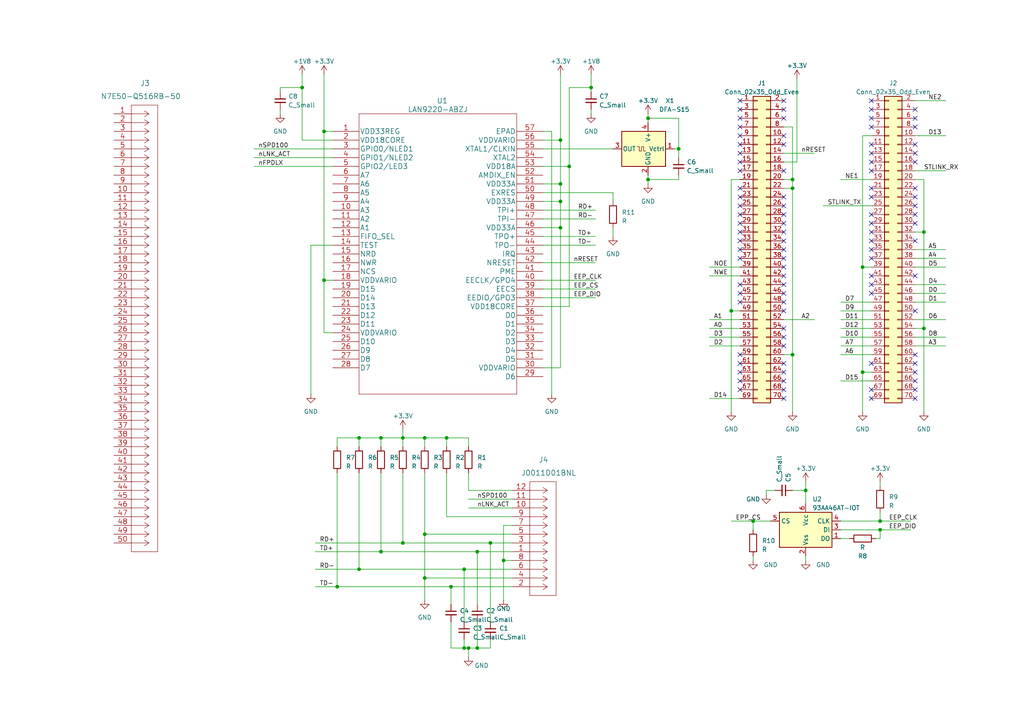
<source format=kicad_sch>
(kicad_sch (version 20230121) (generator eeschema)
  (paper "A4")
  (lib_symbols
    (symbol "CF_Socket:N7E50-Q516RB-50" (pin_names (offset 0.254) hide)
      (property "Reference" "J" (at 8.89 6.35 0))
      (property "Value" "N7E50-Q516RB-50" (at 10.16 -60.96 0))
      (symbol "N7E50-Q516RB-50_1_1"
        (pin unspecified line (at 0 0 0) (length 5.08) (name "1") (number "1"))
        (pin unspecified line (at 0 -22.86 0) (length 5.08) (name "10") (number "10"))
        (pin unspecified line (at 0 -25.4 0) (length 5.08) (name "11") (number "11"))
        (pin unspecified line (at 0 -27.94 0) (length 5.08) (name "12") (number "12"))
        (pin unspecified line (at 0 -30.48 0) (length 5.08) (name "13") (number "13"))
        (pin unspecified line (at 0 -33.02 0) (length 5.08) (name "14") (number "14"))
        (pin unspecified line (at 0 -35.56 0) (length 5.08) (name "15") (number "15"))
        (pin unspecified line (at 0 -38.1 0) (length 5.08) (name "16") (number "16"))
        (pin unspecified line (at 0 -40.64 0) (length 5.08) (name "17") (number "17"))
        (pin unspecified line (at 0 -43.18 0) (length 5.08) (name "18") (number "18"))
        (pin unspecified line (at 0 -45.72 0) (length 5.08) (name "19") (number "19"))
        (pin unspecified line (at 0 -2.54 0) (length 5.08) (name "2") (number "2"))
        (pin unspecified line (at 0 -48.26 0) (length 5.08) (name "20") (number "20"))
        (pin unspecified line (at 0 -50.8 0) (length 5.08) (name "21") (number "21"))
        (pin unspecified line (at 0 -53.34 0) (length 5.08) (name "22") (number "22"))
        (pin unspecified line (at 0 -55.88 0) (length 5.08) (name "23") (number "23"))
        (pin unspecified line (at 0 -58.42 0) (length 5.08) (name "24") (number "24"))
        (pin unspecified line (at 0 -60.96 0) (length 5.08) (name "25") (number "25"))
        (pin unspecified line (at 0 -63.5 0) (length 5.08) (name "26") (number "26"))
        (pin unspecified line (at 0 -66.04 0) (length 5.08) (name "27") (number "27"))
        (pin unspecified line (at 0 -68.58 0) (length 5.08) (name "28") (number "28"))
        (pin unspecified line (at 0 -71.12 0) (length 5.08) (name "29") (number "29"))
        (pin unspecified line (at 0 -5.08 0) (length 5.08) (name "3") (number "3"))
        (pin unspecified line (at 0 -73.66 0) (length 5.08) (name "30") (number "30"))
        (pin unspecified line (at 0 -76.2 0) (length 5.08) (name "31") (number "31"))
        (pin unspecified line (at 0 -78.74 0) (length 5.08) (name "32") (number "32"))
        (pin unspecified line (at 0 -81.28 0) (length 5.08) (name "33") (number "33"))
        (pin unspecified line (at 0 -83.82 0) (length 5.08) (name "34") (number "34"))
        (pin unspecified line (at 0 -86.36 0) (length 5.08) (name "35") (number "35"))
        (pin unspecified line (at 0 -88.9 0) (length 5.08) (name "36") (number "36"))
        (pin unspecified line (at 0 -91.44 0) (length 5.08) (name "37") (number "37"))
        (pin unspecified line (at 0 -93.98 0) (length 5.08) (name "38") (number "38"))
        (pin unspecified line (at 0 -96.52 0) (length 5.08) (name "39") (number "39"))
        (pin unspecified line (at 0 -7.62 0) (length 5.08) (name "4") (number "4"))
        (pin unspecified line (at 0 -99.06 0) (length 5.08) (name "40") (number "40"))
        (pin unspecified line (at 0 -101.6 0) (length 5.08) (name "41") (number "41"))
        (pin unspecified line (at 0 -104.14 0) (length 5.08) (name "42") (number "42"))
        (pin unspecified line (at 0 -106.68 0) (length 5.08) (name "43") (number "43"))
        (pin unspecified line (at 0 -109.22 0) (length 5.08) (name "44") (number "44"))
        (pin unspecified line (at 0 -111.76 0) (length 5.08) (name "45") (number "45"))
        (pin unspecified line (at 0 -114.3 0) (length 5.08) (name "46") (number "46"))
        (pin unspecified line (at 0 -116.84 0) (length 5.08) (name "47") (number "47"))
        (pin unspecified line (at 0 -119.38 0) (length 5.08) (name "48") (number "48"))
        (pin unspecified line (at 0 -121.92 0) (length 5.08) (name "49") (number "49"))
        (pin unspecified line (at 0 -10.16 0) (length 5.08) (name "5") (number "5"))
        (pin unspecified line (at 0 -124.46 0) (length 5.08) (name "50") (number "50"))
        (pin unspecified line (at 0 -12.7 0) (length 5.08) (name "6") (number "6"))
        (pin unspecified line (at 0 -15.24 0) (length 5.08) (name "7") (number "7"))
        (pin unspecified line (at 0 -17.78 0) (length 5.08) (name "8") (number "8"))
        (pin unspecified line (at 0 -20.32 0) (length 5.08) (name "9") (number "9"))
      )
    )
    (symbol "Connector_Generic:Conn_02x35_Odd_Even" (pin_names (offset 1.016) hide)
      (property "Reference" "J" (at 1.27 45.72 0))
      (property "Value" "Conn_02x35_Odd_Even" (at 1.27 -45.72 0))
      (symbol "Conn_02x35_Odd_Even_1_1"
        (pin passive line (at -5.08 43.18 0) (length 3.81) (name "Pin_1") (number "1"))
        (pin passive line (at 7.62 33.02 180) (length 3.81) (name "Pin_10") (number "10"))
        (pin passive line (at -5.08 30.48 0) (length 3.81) (name "Pin_11") (number "11"))
        (pin passive line (at 7.62 30.48 180) (length 3.81) (name "Pin_12") (number "12"))
        (pin passive line (at -5.08 27.94 0) (length 3.81) (name "Pin_13") (number "13"))
        (pin passive line (at 7.62 27.94 180) (length 3.81) (name "Pin_14") (number "14"))
        (pin passive line (at -5.08 25.4 0) (length 3.81) (name "Pin_15") (number "15"))
        (pin passive line (at 7.62 25.4 180) (length 3.81) (name "Pin_16") (number "16"))
        (pin passive line (at -5.08 22.86 0) (length 3.81) (name "Pin_17") (number "17"))
        (pin passive line (at 7.62 22.86 180) (length 3.81) (name "Pin_18") (number "18"))
        (pin passive line (at -5.08 20.32 0) (length 3.81) (name "Pin_19") (number "19"))
        (pin passive line (at 7.62 43.18 180) (length 3.81) (name "Pin_2") (number "2"))
        (pin passive line (at 7.62 20.32 180) (length 3.81) (name "Pin_20") (number "20"))
        (pin passive line (at -5.08 17.78 0) (length 3.81) (name "Pin_21") (number "21"))
        (pin passive line (at 7.62 17.78 180) (length 3.81) (name "Pin_22") (number "22"))
        (pin passive line (at -5.08 15.24 0) (length 3.81) (name "Pin_23") (number "23"))
        (pin passive line (at 7.62 15.24 180) (length 3.81) (name "Pin_24") (number "24"))
        (pin passive line (at -5.08 12.7 0) (length 3.81) (name "Pin_25") (number "25"))
        (pin passive line (at 7.62 12.7 180) (length 3.81) (name "Pin_26") (number "26"))
        (pin passive line (at -5.08 10.16 0) (length 3.81) (name "Pin_27") (number "27"))
        (pin passive line (at 7.62 10.16 180) (length 3.81) (name "Pin_28") (number "28"))
        (pin passive line (at -5.08 7.62 0) (length 3.81) (name "Pin_29") (number "29"))
        (pin passive line (at -5.08 40.64 0) (length 3.81) (name "Pin_3") (number "3"))
        (pin passive line (at 7.62 7.62 180) (length 3.81) (name "Pin_30") (number "30"))
        (pin passive line (at -5.08 5.08 0) (length 3.81) (name "Pin_31") (number "31"))
        (pin passive line (at 7.62 5.08 180) (length 3.81) (name "Pin_32") (number "32"))
        (pin passive line (at -5.08 2.54 0) (length 3.81) (name "Pin_33") (number "33"))
        (pin passive line (at 7.62 2.54 180) (length 3.81) (name "Pin_34") (number "34"))
        (pin passive line (at -5.08 0 0) (length 3.81) (name "Pin_35") (number "35"))
        (pin passive line (at 7.62 0 180) (length 3.81) (name "Pin_36") (number "36"))
        (pin passive line (at -5.08 -2.54 0) (length 3.81) (name "Pin_37") (number "37"))
        (pin passive line (at 7.62 -2.54 180) (length 3.81) (name "Pin_38") (number "38"))
        (pin passive line (at -5.08 -5.08 0) (length 3.81) (name "Pin_39") (number "39"))
        (pin passive line (at 7.62 40.64 180) (length 3.81) (name "Pin_4") (number "4"))
        (pin passive line (at 7.62 -5.08 180) (length 3.81) (name "Pin_40") (number "40"))
        (pin passive line (at -5.08 -7.62 0) (length 3.81) (name "Pin_41") (number "41"))
        (pin passive line (at 7.62 -7.62 180) (length 3.81) (name "Pin_42") (number "42"))
        (pin passive line (at -5.08 -10.16 0) (length 3.81) (name "Pin_43") (number "43"))
        (pin passive line (at 7.62 -10.16 180) (length 3.81) (name "Pin_44") (number "44"))
        (pin passive line (at -5.08 -12.7 0) (length 3.81) (name "Pin_45") (number "45"))
        (pin passive line (at 7.62 -12.7 180) (length 3.81) (name "Pin_46") (number "46"))
        (pin passive line (at -5.08 -15.24 0) (length 3.81) (name "Pin_47") (number "47"))
        (pin passive line (at 7.62 -15.24 180) (length 3.81) (name "Pin_48") (number "48"))
        (pin passive line (at -5.08 -17.78 0) (length 3.81) (name "Pin_49") (number "49"))
        (pin passive line (at -5.08 38.1 0) (length 3.81) (name "Pin_5") (number "5"))
        (pin passive line (at 7.62 -17.78 180) (length 3.81) (name "Pin_50") (number "50"))
        (pin passive line (at -5.08 -20.32 0) (length 3.81) (name "Pin_51") (number "51"))
        (pin passive line (at 7.62 -20.32 180) (length 3.81) (name "Pin_52") (number "52"))
        (pin passive line (at -5.08 -22.86 0) (length 3.81) (name "Pin_53") (number "53"))
        (pin passive line (at 7.62 -22.86 180) (length 3.81) (name "Pin_54") (number "54"))
        (pin passive line (at -5.08 -25.4 0) (length 3.81) (name "Pin_55") (number "55"))
        (pin passive line (at 7.62 -25.4 180) (length 3.81) (name "Pin_56") (number "56"))
        (pin passive line (at -5.08 -27.94 0) (length 3.81) (name "Pin_57") (number "57"))
        (pin passive line (at 7.62 -27.94 180) (length 3.81) (name "Pin_58") (number "58"))
        (pin passive line (at -5.08 -30.48 0) (length 3.81) (name "Pin_59") (number "59"))
        (pin passive line (at 7.62 38.1 180) (length 3.81) (name "Pin_6") (number "6"))
        (pin passive line (at 7.62 -30.48 180) (length 3.81) (name "Pin_60") (number "60"))
        (pin passive line (at -5.08 -33.02 0) (length 3.81) (name "Pin_61") (number "61"))
        (pin passive line (at 7.62 -33.02 180) (length 3.81) (name "Pin_62") (number "62"))
        (pin passive line (at -5.08 -35.56 0) (length 3.81) (name "Pin_63") (number "63"))
        (pin passive line (at 7.62 -35.56 180) (length 3.81) (name "Pin_64") (number "64"))
        (pin passive line (at -5.08 -38.1 0) (length 3.81) (name "Pin_65") (number "65"))
        (pin passive line (at 7.62 -38.1 180) (length 3.81) (name "Pin_66") (number "66"))
        (pin passive line (at -5.08 -40.64 0) (length 3.81) (name "Pin_67") (number "67"))
        (pin passive line (at 7.62 -40.64 180) (length 3.81) (name "Pin_68") (number "68"))
        (pin passive line (at -5.08 -43.18 0) (length 3.81) (name "Pin_69") (number "69"))
        (pin passive line (at -5.08 35.56 0) (length 3.81) (name "Pin_7") (number "7"))
        (pin passive line (at 7.62 -43.18 180) (length 3.81) (name "Pin_70") (number "70"))
        (pin passive line (at 7.62 35.56 180) (length 3.81) (name "Pin_8") (number "8"))
        (pin passive line (at -5.08 33.02 0) (length 3.81) (name "Pin_9") (number "9"))
      )
    )
    (symbol "Device:C_Small" (pin_numbers hide) (pin_names (offset 0.254) hide)
      (property "Reference" "C" (at 0.254 1.778 0))
      (property "Value" "C_Small" (at 0.254 -2.032 0))
      (symbol "C_Small_1_1"
        (pin passive line (at 0 2.54 270) (length 2.032) (name "~") (number "1"))
        (pin passive line (at 0 -2.54 90) (length 2.032) (name "~") (number "2"))
      )
    )
    (symbol "Device:R" (pin_numbers hide) (pin_names (offset 0))
      (property "Reference" "R" (at 2.032 0 90))
      (property "Value" "R" (at 0 0 90))
      (symbol "R_1_1"
        (pin passive line (at 0 3.81 270) (length 1.27) (name "~") (number "1"))
        (pin passive line (at 0 -3.81 90) (length 1.27) (name "~") (number "2"))
      )
    )
    (symbol "LAN9220:LAN9220-ABZJ" (pin_names (offset 0.254))
      (property "Reference" "U1" (at 31.75 8.89 0))
      (property "Value" "LAN9220-ABZJ" (at 30.48 6.35 0))
      (symbol "LAN9220-ABZJ_1_1"
        (pin power_in line (at 0 0 0) (length 7.62) (name "VDD33REG") (number "1"))
        (pin input line (at 0 -22.86 0) (length 7.62) (name "A3") (number "10"))
        (pin input line (at 0 -25.4 0) (length 7.62) (name "A2") (number "11"))
        (pin input line (at 0 -27.94 0) (length 7.62) (name "A1") (number "12"))
        (pin input line (at 0 -30.48 0) (length 7.62) (name "FIFO_SEL") (number "13"))
        (pin input line (at 0 -33.02 0) (length 7.62) (name "TEST") (number "14"))
        (pin input line (at 0 -35.56 0) (length 7.62) (name "NRD") (number "15"))
        (pin input line (at 0 -38.1 0) (length 7.62) (name "NWR") (number "16"))
        (pin input line (at 0 -40.64 0) (length 7.62) (name "NCS") (number "17"))
        (pin power_in line (at 0 -43.18 0) (length 7.62) (name "VDDVARIO") (number "18"))
        (pin bidirectional line (at 0 -45.72 0) (length 7.62) (name "D15") (number "19"))
        (pin power_in line (at 0 -2.54 0) (length 7.62) (name "VDD18CORE") (number "2"))
        (pin bidirectional line (at 0 -48.26 0) (length 7.62) (name "D14") (number "20"))
        (pin bidirectional line (at 0 -50.8 0) (length 7.62) (name "D13") (number "21"))
        (pin bidirectional line (at 0 -53.34 0) (length 7.62) (name "D12") (number "22"))
        (pin bidirectional line (at 0 -55.88 0) (length 7.62) (name "D11") (number "23"))
        (pin power_in line (at 0 -58.42 0) (length 7.62) (name "VDDVARIO") (number "24"))
        (pin bidirectional line (at 0 -60.96 0) (length 7.62) (name "D10") (number "25"))
        (pin bidirectional line (at 0 -63.5 0) (length 7.62) (name "D9") (number "26"))
        (pin bidirectional line (at 0 -66.04 0) (length 7.62) (name "D8") (number "27"))
        (pin bidirectional line (at 0 -68.58 0) (length 7.62) (name "D7") (number "28"))
        (pin bidirectional line (at 60.96 -71.12 180) (length 7.62) (name "D6") (number "29"))
        (pin bidirectional line (at 0 -5.08 0) (length 7.62) (name "GPIO0/NLED1") (number "3"))
        (pin power_in line (at 60.96 -68.58 180) (length 7.62) (name "VDDVARIO") (number "30"))
        (pin bidirectional line (at 60.96 -66.04 180) (length 7.62) (name "D5") (number "31"))
        (pin bidirectional line (at 60.96 -63.5 180) (length 7.62) (name "D4") (number "32"))
        (pin bidirectional line (at 60.96 -60.96 180) (length 7.62) (name "D3") (number "33"))
        (pin bidirectional line (at 60.96 -58.42 180) (length 7.62) (name "D2") (number "34"))
        (pin bidirectional line (at 60.96 -55.88 180) (length 7.62) (name "D1") (number "35"))
        (pin bidirectional line (at 60.96 -53.34 180) (length 7.62) (name "D0") (number "36"))
        (pin power_in line (at 60.96 -50.8 180) (length 7.62) (name "VDD18CORE") (number "37"))
        (pin bidirectional line (at 60.96 -48.26 180) (length 7.62) (name "EEDIO/GPO3") (number "38"))
        (pin output line (at 60.96 -45.72 180) (length 7.62) (name "EECS") (number "39"))
        (pin bidirectional line (at 0 -7.62 0) (length 7.62) (name "GPIO1/NLED2") (number "4"))
        (pin bidirectional line (at 60.96 -43.18 180) (length 7.62) (name "EECLK/GPO4") (number "40"))
        (pin output line (at 60.96 -40.64 180) (length 7.62) (name "PME") (number "41"))
        (pin input line (at 60.96 -38.1 180) (length 7.62) (name "NRESET") (number "42"))
        (pin output line (at 60.96 -35.56 180) (length 7.62) (name "IRQ") (number "43"))
        (pin output line (at 60.96 -33.02 180) (length 7.62) (name "TPO-") (number "44"))
        (pin output line (at 60.96 -30.48 180) (length 7.62) (name "TPO+") (number "45"))
        (pin power_in line (at 60.96 -27.94 180) (length 7.62) (name "VDD33A") (number "46"))
        (pin input line (at 60.96 -25.4 180) (length 7.62) (name "TPI-") (number "47"))
        (pin input line (at 60.96 -22.86 180) (length 7.62) (name "TPI+") (number "48"))
        (pin power_in line (at 60.96 -20.32 180) (length 7.62) (name "VDD33A") (number "49"))
        (pin bidirectional line (at 0 -10.16 0) (length 7.62) (name "GPIO2/LED3") (number "5"))
        (pin input line (at 60.96 -17.78 180) (length 7.62) (name "EXRES") (number "50"))
        (pin power_in line (at 60.96 -15.24 180) (length 7.62) (name "VDD33A") (number "51"))
        (pin input line (at 60.96 -12.7 180) (length 7.62) (name "AMDIX_EN") (number "52"))
        (pin power_in line (at 60.96 -10.16 180) (length 7.62) (name "VDD18A") (number "53"))
        (pin output line (at 60.96 -7.62 180) (length 7.62) (name "XTAL2") (number "54"))
        (pin input line (at 60.96 -5.08 180) (length 7.62) (name "XTAL1/CLKIN") (number "55"))
        (pin power_in line (at 60.96 -2.54 180) (length 7.62) (name "VDDVARIO") (number "56"))
        (pin unspecified line (at 60.96 0 180) (length 7.62) (name "EPAD") (number "57"))
        (pin input line (at 0 -12.7 0) (length 7.62) (name "A7") (number "6"))
        (pin input line (at 0 -15.24 0) (length 7.62) (name "A6") (number "7"))
        (pin input line (at 0 -17.78 0) (length 7.62) (name "A5") (number "8"))
        (pin input line (at 0 -20.32 0) (length 7.62) (name "A4") (number "9"))
      )
    )
    (symbol "Memory_EEPROM:93AAxxAT-xOT"
      (property "Reference" "U" (at -7.62 6.35 0))
      (property "Value" "93AAxxAT-xOT" (at 1.27 6.35 0))
      (symbol "93AAxxAT-xOT_1_1"
        (pin tri_state line (at 10.16 -2.54 180) (length 2.54) (name "DO") (number "1"))
        (pin power_in line (at 0 -7.62 90) (length 2.54) (name "Vss") (number "2"))
        (pin input line (at 10.16 0 180) (length 2.54) (name "DI") (number "3"))
        (pin input line (at 10.16 2.54 180) (length 2.54) (name "CLK") (number "4"))
        (pin input line (at -10.16 2.54 0) (length 2.54) (name "CS") (number "5"))
        (pin power_in line (at 0 7.62 270) (length 2.54) (name "Vcc") (number "6"))
      )
    )
    (symbol "Oscillator:DFA-S15" (pin_names (offset 0.254))
      (property "Reference" "X" (at -5.08 6.35 0))
      (property "Value" "DFA-S15" (at 1.27 -6.35 0))
      (symbol "DFA-S15_1_1"
        (pin input line (at -7.62 0 0) (length 2.54) (name "Vctrl") (number "1"))
        (pin power_in line (at 0 -7.62 90) (length 2.54) (name "GND") (number "2"))
        (pin output line (at 10.16 0 180) (length 2.54) (name "OUT") (number "3"))
        (pin power_in line (at 0 7.62 270) (length 2.54) (name "V+") (number "4"))
      )
    )
    (symbol "RJ45:J0011D01BNL" (pin_names (offset 0.254) hide)
      (property "Reference" "J" (at 8.89 6.35 0))
      (property "Value" "J0011D01BNL" (at 10.16 -15.24 0))
      (symbol "J0011D01BNL_1_1"
        (pin unspecified line (at 0 -17.78 0) (length 5.08) (name "1") (number "1"))
        (pin unspecified line (at 0 -5.08 0) (length 5.08) (name "10") (number "10"))
        (pin unspecified line (at 0 -2.54 0) (length 5.08) (name "11") (number "11"))
        (pin unspecified line (at 0 0 0) (length 5.08) (name "12") (number "12"))
        (pin unspecified line (at 0 -27.94 0) (length 5.08) (name "2") (number "2"))
        (pin unspecified line (at 0 -15.24 0) (length 5.08) (name "3") (number "3"))
        (pin unspecified line (at 0 -25.4 0) (length 5.08) (name "4") (number "4"))
        (pin unspecified line (at 0 -12.7 0) (length 5.08) (name "5") (number "5"))
        (pin unspecified line (at 0 -22.86 0) (length 5.08) (name "6") (number "6"))
        (pin unspecified line (at 0 -10.16 0) (length 5.08) (name "7") (number "7"))
        (pin unspecified line (at 0 -20.32 0) (length 5.08) (name "8") (number "8"))
        (pin unspecified line (at 0 -7.62 0) (length 5.08) (name "9") (number "9"))
      )
    )
    (symbol "power:+1V8" (power) (pin_names (offset 0))
      (property "Value" "+1V8" (at 0 3.556 0))
      (symbol "+1V8_1_1"
        (pin power_in line (at 0 0 90) (length 0) hide (name "+1V8") (number "1"))
      )
    )
    (symbol "power:+3.3V" (power) (pin_names (offset 0))
      (property "Value" "+3.3V" (at 0 3.556 0))
      (symbol "+3.3V_1_1"
        (pin power_in line (at 0 0 90) (length 0) hide (name "+3.3V") (number "1"))
      )
    )
    (symbol "power:GND" (power) (pin_names (offset 0))
      (property "Value" "GND" (at 0 -3.81 0))
      (symbol "GND_1_1"
        (pin power_in line (at 0 0 270) (length 0) hide (name "GND") (number "1"))
      )
    )
  )
  (junction (at 267.97 67.31))
  (junction (at 135.89 187.96))
  (junction (at 97.79 170.18))
  (junction (at 162.56 40.64))
  (junction (at 110.49 127))
  (junction (at 134.62 187.96))
  (junction (at 267.97 95.25))
  (junction (at 233.68 142.24))
  (junction (at 123.19 127))
  (junction (at 104.14 127))
  (junction (at 142.24 157.48))
  (junction (at 130.81 170.18))
  (junction (at 229.87 52.07))
  (junction (at 110.49 160.02))
  (junction (at 218.44 151.13))
  (junction (at 138.43 160.02))
  (junction (at 87.63 25.4))
  (junction (at 250.19 107.95))
  (junction (at 138.43 187.96))
  (junction (at 212.09 90.17))
  (junction (at 250.19 77.47))
  (junction (at 116.84 127))
  (junction (at 187.96 34.29))
  (junction (at 134.62 165.1))
  (junction (at 104.14 165.1))
  (junction (at 162.56 53.34))
  (junction (at 229.87 102.87))
  (junction (at 187.96 52.07))
  (junction (at 196.85 43.18))
  (junction (at 165.1 48.26))
  (junction (at 93.98 38.1))
  (junction (at 123.19 154.94))
  (junction (at 171.45 25.4))
  (junction (at 255.27 153.67))
  (junction (at 123.19 167.64))
  (junction (at 162.56 66.04))
  (junction (at 162.56 58.42))
  (junction (at 116.84 157.48))
  (junction (at 129.54 127))
  (junction (at 255.27 151.13))
  (junction (at 229.87 54.61))
  (junction (at 93.98 81.28))
  (junction (at 146.05 162.56))
  (no_connect (at 227.33 39.37))
  (no_connect (at 252.73 115.57))
  (no_connect (at 214.63 87.63))
  (no_connect (at 214.63 39.37))
  (no_connect (at 227.33 97.79))
  (no_connect (at 227.33 87.63))
  (no_connect (at 252.73 46.99))
  (no_connect (at 227.33 80.01))
  (no_connect (at 227.33 59.69))
  (no_connect (at 214.63 49.53))
  (no_connect (at 227.33 77.47))
  (no_connect (at 214.63 46.99))
  (no_connect (at 252.73 29.21))
  (no_connect (at 214.63 57.15))
  (no_connect (at 227.33 90.17))
  (no_connect (at 214.63 82.55))
  (no_connect (at 214.63 31.75))
  (no_connect (at 265.43 64.77))
  (no_connect (at 265.43 59.69))
  (no_connect (at 227.33 62.23))
  (no_connect (at 214.63 85.09))
  (no_connect (at 265.43 102.87))
  (no_connect (at 227.33 41.91))
  (no_connect (at 214.63 74.93))
  (no_connect (at 252.73 62.23))
  (no_connect (at 214.63 69.85))
  (no_connect (at 265.43 41.91))
  (no_connect (at 227.33 57.15))
  (no_connect (at 227.33 113.03))
  (no_connect (at 252.73 74.93))
  (no_connect (at 227.33 82.55))
  (no_connect (at 265.43 113.03))
  (no_connect (at 214.63 107.95))
  (no_connect (at 214.63 105.41))
  (no_connect (at 227.33 110.49))
  (no_connect (at 227.33 31.75))
  (no_connect (at 265.43 69.85))
  (no_connect (at 252.73 69.85))
  (no_connect (at 227.33 69.85))
  (no_connect (at 227.33 34.29))
  (no_connect (at 252.73 64.77))
  (no_connect (at 214.63 44.45))
  (no_connect (at 265.43 54.61))
  (no_connect (at 252.73 36.83))
  (no_connect (at 265.43 62.23))
  (no_connect (at 214.63 64.77))
  (no_connect (at 227.33 49.53))
  (no_connect (at 227.33 95.25))
  (no_connect (at 252.73 80.01))
  (no_connect (at 252.73 44.45))
  (no_connect (at 214.63 102.87))
  (no_connect (at 214.63 59.69))
  (no_connect (at 265.43 80.01))
  (no_connect (at 252.73 41.91))
  (no_connect (at 214.63 113.03))
  (no_connect (at 214.63 54.61))
  (no_connect (at 252.73 57.15))
  (no_connect (at 227.33 74.93))
  (no_connect (at 227.33 67.31))
  (no_connect (at 214.63 62.23))
  (no_connect (at 265.43 105.41))
  (no_connect (at 265.43 46.99))
  (no_connect (at 252.73 31.75))
  (no_connect (at 265.43 36.83))
  (no_connect (at 265.43 90.17))
  (no_connect (at 214.63 41.91))
  (no_connect (at 265.43 107.95))
  (no_connect (at 265.43 44.45))
  (no_connect (at 252.73 105.41))
  (no_connect (at 265.43 110.49))
  (no_connect (at 265.43 115.57))
  (no_connect (at 214.63 72.39))
  (no_connect (at 252.73 82.55))
  (no_connect (at 214.63 67.31))
  (no_connect (at 227.33 85.09))
  (no_connect (at 252.73 49.53))
  (no_connect (at 214.63 110.49))
  (no_connect (at 214.63 36.83))
  (no_connect (at 252.73 54.61))
  (no_connect (at 252.73 72.39))
  (no_connect (at 265.43 31.75))
  (no_connect (at 252.73 85.09))
  (no_connect (at 227.33 100.33))
  (no_connect (at 227.33 115.57))
  (no_connect (at 252.73 34.29))
  (no_connect (at 227.33 107.95))
  (no_connect (at 227.33 29.21))
  (no_connect (at 227.33 105.41))
  (no_connect (at 265.43 57.15))
  (no_connect (at 214.63 34.29))
  (no_connect (at 227.33 64.77))
  (no_connect (at 265.43 34.29))
  (no_connect (at 252.73 113.03))
  (no_connect (at 227.33 72.39))
  (no_connect (at 214.63 29.21))
  (no_connect (at 252.73 67.31))
  (wire (pts (xy 130.81 180.34) (xy 130.81 187.96)))
  (wire (pts (xy 116.84 124.46) (xy 116.84 127)))
  (wire (pts (xy 233.68 139.7) (xy 233.68 142.24)))
  (wire (pts (xy 157.48 60.96) (xy 172.72 60.96)))
  (wire (pts (xy 135.89 187.96) (xy 138.43 187.96)))
  (wire (pts (xy 116.84 137.16) (xy 116.84 157.48)))
  (wire (pts (xy 146.05 162.56) (xy 146.05 173.99)))
  (wire (pts (xy 229.87 142.24) (xy 233.68 142.24)))
  (wire (pts (xy 123.19 167.64) (xy 123.19 173.99)))
  (wire (pts (xy 238.76 59.69) (xy 252.73 59.69)))
  (wire (pts (xy 255.27 139.7) (xy 255.27 140.97)))
  (wire (pts (xy 265.43 49.53) (xy 274.32 49.53)))
  (wire (pts (xy 218.44 161.29) (xy 218.44 162.56)))
  (wire (pts (xy 196.85 34.29) (xy 187.96 34.29)))
  (wire (pts (xy 87.63 21.59) (xy 87.63 25.4)))
  (wire (pts (xy 177.8 66.04) (xy 177.8 68.58)))
  (wire (pts (xy 265.43 95.25) (xy 267.97 95.25)))
  (wire (pts (xy 250.19 77.47) (xy 252.73 77.47)))
  (wire (pts (xy 196.85 43.18) (xy 196.85 45.72)))
  (wire (pts (xy 134.62 165.1) (xy 134.62 180.34)))
  (wire (pts (xy 222.25 142.24) (xy 224.79 142.24)))
  (wire (pts (xy 265.43 92.71) (xy 274.32 92.71)))
  (wire (pts (xy 138.43 187.96) (xy 142.24 187.96)))
  (wire (pts (xy 73.66 45.72) (xy 96.52 45.72)))
  (wire (pts (xy 110.49 127) (xy 110.49 129.54)))
  (wire (pts (xy 73.66 43.18) (xy 96.52 43.18)))
  (wire (pts (xy 148.59 142.24) (xy 135.89 142.24)))
  (wire (pts (xy 243.84 87.63) (xy 252.73 87.63)))
  (wire (pts (xy 134.62 185.42) (xy 134.62 187.96)))
  (wire (pts (xy 187.96 52.07) (xy 187.96 53.34)))
  (wire (pts (xy 250.19 77.47) (xy 250.19 107.95)))
  (wire (pts (xy 212.09 90.17) (xy 214.63 90.17)))
  (wire (pts (xy 97.79 170.18) (xy 130.81 170.18)))
  (wire (pts (xy 148.59 149.86) (xy 129.54 149.86)))
  (wire (pts (xy 129.54 127) (xy 123.19 127)))
  (wire (pts (xy 135.89 137.16) (xy 135.89 142.24)))
  (wire (pts (xy 229.87 52.07) (xy 229.87 54.61)))
  (wire (pts (xy 265.43 85.09) (xy 274.32 85.09)))
  (wire (pts (xy 165.1 25.4) (xy 171.45 25.4)))
  (wire (pts (xy 265.43 67.31) (xy 267.97 67.31)))
  (wire (pts (xy 243.84 110.49) (xy 252.73 110.49)))
  (wire (pts (xy 252.73 39.37) (xy 250.19 39.37)))
  (wire (pts (xy 196.85 52.07) (xy 187.96 52.07)))
  (wire (pts (xy 157.48 88.9) (xy 165.1 88.9)))
  (wire (pts (xy 205.74 115.57) (xy 214.63 115.57)))
  (wire (pts (xy 265.43 100.33) (xy 274.32 100.33)))
  (wire (pts (xy 243.84 102.87) (xy 252.73 102.87)))
  (wire (pts (xy 130.81 187.96) (xy 134.62 187.96)))
  (wire (pts (xy 162.56 40.64) (xy 162.56 53.34)))
  (wire (pts (xy 231.14 22.86) (xy 231.14 46.99)))
  (wire (pts (xy 165.1 48.26) (xy 165.1 25.4)))
  (wire (pts (xy 135.89 187.96) (xy 135.89 190.5)))
  (wire (pts (xy 255.27 153.67) (xy 264.16 153.67)))
  (wire (pts (xy 138.43 180.34) (xy 138.43 187.96)))
  (wire (pts (xy 205.74 97.79) (xy 214.63 97.79)))
  (wire (pts (xy 171.45 21.59) (xy 171.45 25.4)))
  (wire (pts (xy 157.48 63.5) (xy 172.72 63.5)))
  (wire (pts (xy 265.43 82.55) (xy 274.32 82.55)))
  (wire (pts (xy 91.44 165.1) (xy 104.14 165.1)))
  (wire (pts (xy 81.28 25.4) (xy 87.63 25.4)))
  (wire (pts (xy 250.19 39.37) (xy 250.19 77.47)))
  (wire (pts (xy 205.74 92.71) (xy 214.63 92.71)))
  (wire (pts (xy 243.84 97.79) (xy 252.73 97.79)))
  (wire (pts (xy 116.84 157.48) (xy 142.24 157.48)))
  (wire (pts (xy 227.33 92.71) (xy 236.22 92.71)))
  (wire (pts (xy 123.19 167.64) (xy 123.19 154.94)))
  (wire (pts (xy 110.49 137.16) (xy 110.49 160.02)))
  (wire (pts (xy 162.56 21.59) (xy 162.56 40.64)))
  (wire (pts (xy 81.28 26.67) (xy 81.28 25.4)))
  (wire (pts (xy 142.24 185.42) (xy 142.24 187.96)))
  (wire (pts (xy 227.33 54.61) (xy 229.87 54.61)))
  (wire (pts (xy 243.84 95.25) (xy 252.73 95.25)))
  (wire (pts (xy 91.44 160.02) (xy 110.49 160.02)))
  (wire (pts (xy 187.96 34.29) (xy 187.96 35.56)))
  (wire (pts (xy 205.74 77.47) (xy 214.63 77.47)))
  (wire (pts (xy 187.96 33.02) (xy 187.96 34.29)))
  (wire (pts (xy 177.8 55.88) (xy 177.8 58.42)))
  (wire (pts (xy 138.43 160.02) (xy 148.59 160.02)))
  (wire (pts (xy 233.68 142.24) (xy 233.68 146.05)))
  (wire (pts (xy 157.48 53.34) (xy 162.56 53.34)))
  (wire (pts (xy 157.48 38.1) (xy 160.02 38.1)))
  (wire (pts (xy 212.09 151.13) (xy 218.44 151.13)))
  (wire (pts (xy 165.1 88.9) (xy 165.1 48.26)))
  (wire (pts (xy 87.63 25.4) (xy 87.63 40.64)))
  (wire (pts (xy 116.84 127) (xy 116.84 129.54)))
  (wire (pts (xy 265.43 97.79) (xy 274.32 97.79)))
  (wire (pts (xy 129.54 127) (xy 129.54 129.54)))
  (wire (pts (xy 267.97 95.25) (xy 267.97 119.38)))
  (wire (pts (xy 104.14 165.1) (xy 134.62 165.1)))
  (wire (pts (xy 162.56 58.42) (xy 162.56 53.34)))
  (wire (pts (xy 135.89 129.54) (xy 135.89 127)))
  (wire (pts (xy 138.43 160.02) (xy 138.43 175.26)))
  (wire (pts (xy 123.19 167.64) (xy 148.59 167.64)))
  (wire (pts (xy 265.43 87.63) (xy 274.32 87.63)))
  (wire (pts (xy 162.56 106.68) (xy 162.56 66.04)))
  (wire (pts (xy 97.79 127) (xy 97.79 129.54)))
  (wire (pts (xy 90.17 71.12) (xy 90.17 114.3)))
  (wire (pts (xy 196.85 43.18) (xy 196.85 34.29)))
  (wire (pts (xy 171.45 31.75) (xy 171.45 33.02)))
  (wire (pts (xy 227.33 102.87) (xy 229.87 102.87)))
  (wire (pts (xy 104.14 127) (xy 97.79 127)))
  (wire (pts (xy 212.09 90.17) (xy 212.09 119.38)))
  (wire (pts (xy 123.19 127) (xy 123.19 129.54)))
  (wire (pts (xy 135.89 147.32) (xy 148.59 147.32)))
  (wire (pts (xy 212.09 52.07) (xy 212.09 90.17)))
  (wire (pts (xy 265.43 29.21) (xy 274.32 29.21)))
  (wire (pts (xy 73.66 48.26) (xy 96.52 48.26)))
  (wire (pts (xy 243.84 151.13) (xy 255.27 151.13)))
  (wire (pts (xy 146.05 162.56) (xy 148.59 162.56)))
  (wire (pts (xy 91.44 157.48) (xy 116.84 157.48)))
  (wire (pts (xy 134.62 187.96) (xy 135.89 187.96)))
  (wire (pts (xy 205.74 95.25) (xy 214.63 95.25)))
  (wire (pts (xy 142.24 157.48) (xy 148.59 157.48)))
  (wire (pts (xy 243.84 153.67) (xy 255.27 153.67)))
  (wire (pts (xy 255.27 151.13) (xy 264.16 151.13)))
  (wire (pts (xy 227.33 44.45) (xy 236.22 44.45)))
  (wire (pts (xy 218.44 151.13) (xy 223.52 151.13)))
  (wire (pts (xy 196.85 50.8) (xy 196.85 52.07)))
  (wire (pts (xy 157.48 86.36) (xy 172.72 86.36)))
  (wire (pts (xy 254 156.21) (xy 255.27 156.21)))
  (wire (pts (xy 265.43 39.37) (xy 274.32 39.37)))
  (wire (pts (xy 195.58 43.18) (xy 196.85 43.18)))
  (wire (pts (xy 233.68 161.29) (xy 233.68 162.56)))
  (wire (pts (xy 227.33 46.99) (xy 231.14 46.99)))
  (wire (pts (xy 157.48 106.68) (xy 162.56 106.68)))
  (wire (pts (xy 171.45 25.4) (xy 171.45 26.67)))
  (wire (pts (xy 91.44 170.18) (xy 97.79 170.18)))
  (wire (pts (xy 250.19 107.95) (xy 252.73 107.95)))
  (wire (pts (xy 218.44 151.13) (xy 218.44 153.67)))
  (wire (pts (xy 157.48 66.04) (xy 162.56 66.04)))
  (wire (pts (xy 157.48 48.26) (xy 165.1 48.26)))
  (wire (pts (xy 96.52 96.52) (xy 93.98 96.52)))
  (wire (pts (xy 116.84 127) (xy 110.49 127)))
  (wire (pts (xy 93.98 21.59) (xy 93.98 38.1)))
  (wire (pts (xy 243.84 92.71) (xy 252.73 92.71)))
  (wire (pts (xy 157.48 76.2) (xy 172.72 76.2)))
  (wire (pts (xy 123.19 127) (xy 116.84 127)))
  (wire (pts (xy 157.48 43.18) (xy 177.8 43.18)))
  (wire (pts (xy 93.98 96.52) (xy 93.98 81.28)))
  (wire (pts (xy 123.19 154.94) (xy 148.59 154.94)))
  (wire (pts (xy 146.05 152.4) (xy 146.05 162.56)))
  (wire (pts (xy 160.02 38.1) (xy 160.02 114.3)))
  (wire (pts (xy 135.89 127) (xy 129.54 127)))
  (wire (pts (xy 157.48 71.12) (xy 172.72 71.12)))
  (wire (pts (xy 265.43 72.39) (xy 274.32 72.39)))
  (wire (pts (xy 255.27 156.21) (xy 255.27 153.67)))
  (wire (pts (xy 96.52 38.1) (xy 93.98 38.1)))
  (wire (pts (xy 142.24 157.48) (xy 142.24 180.34)))
  (wire (pts (xy 110.49 160.02) (xy 138.43 160.02)))
  (wire (pts (xy 229.87 54.61) (xy 229.87 102.87)))
  (wire (pts (xy 97.79 137.16) (xy 97.79 170.18)))
  (wire (pts (xy 110.49 127) (xy 104.14 127)))
  (wire (pts (xy 134.62 165.1) (xy 148.59 165.1)))
  (wire (pts (xy 187.96 50.8) (xy 187.96 52.07)))
  (wire (pts (xy 104.14 137.16) (xy 104.14 165.1)))
  (wire (pts (xy 96.52 81.28) (xy 93.98 81.28)))
  (wire (pts (xy 246.38 156.21) (xy 243.84 156.21)))
  (wire (pts (xy 93.98 81.28) (xy 93.98 38.1)))
  (wire (pts (xy 227.33 52.07) (xy 229.87 52.07)))
  (wire (pts (xy 81.28 31.75) (xy 81.28 33.02)))
  (wire (pts (xy 157.48 68.58) (xy 172.72 68.58)))
  (wire (pts (xy 130.81 170.18) (xy 148.59 170.18)))
  (wire (pts (xy 222.25 142.24) (xy 222.25 143.51)))
  (wire (pts (xy 157.48 58.42) (xy 162.56 58.42)))
  (wire (pts (xy 96.52 40.64) (xy 87.63 40.64)))
  (wire (pts (xy 162.56 66.04) (xy 162.56 58.42)))
  (wire (pts (xy 205.74 80.01) (xy 214.63 80.01)))
  (wire (pts (xy 104.14 127) (xy 104.14 129.54)))
  (wire (pts (xy 250.19 107.95) (xy 250.19 119.38)))
  (wire (pts (xy 229.87 36.83) (xy 229.87 52.07)))
  (wire (pts (xy 129.54 137.16) (xy 129.54 149.86)))
  (wire (pts (xy 243.84 90.17) (xy 252.73 90.17)))
  (wire (pts (xy 227.33 36.83) (xy 229.87 36.83)))
  (wire (pts (xy 157.48 40.64) (xy 162.56 40.64)))
  (wire (pts (xy 267.97 67.31) (xy 267.97 95.25)))
  (wire (pts (xy 267.97 52.07) (xy 267.97 67.31)))
  (wire (pts (xy 123.19 137.16) (xy 123.19 154.94)))
  (wire (pts (xy 148.59 152.4) (xy 146.05 152.4)))
  (wire (pts (xy 205.74 100.33) (xy 214.63 100.33)))
  (wire (pts (xy 96.52 71.12) (xy 90.17 71.12)))
  (wire (pts (xy 243.84 52.07) (xy 252.73 52.07)))
  (wire (pts (xy 214.63 52.07) (xy 212.09 52.07)))
  (wire (pts (xy 265.43 52.07) (xy 267.97 52.07)))
  (wire (pts (xy 157.48 81.28) (xy 172.72 81.28)))
  (wire (pts (xy 243.84 100.33) (xy 252.73 100.33)))
  (wire (pts (xy 229.87 102.87) (xy 229.87 119.38)))
  (wire (pts (xy 255.27 148.59) (xy 255.27 151.13)))
  (wire (pts (xy 130.81 170.18) (xy 130.81 175.26)))
  (wire (pts (xy 157.48 55.88) (xy 177.8 55.88)))
  (wire (pts (xy 265.43 77.47) (xy 274.32 77.47)))
  (wire (pts (xy 157.48 83.82) (xy 172.72 83.82)))
  (wire (pts (xy 135.89 144.78) (xy 148.59 144.78)))
  (wire (pts (xy 265.43 74.93) (xy 274.32 74.93)))
  (label "A6" (at 245.11 102.87 0))
  (label "D8" (at 269.24 97.79 0))
  (label "STLINK_TX" (at 240.03 59.69 0))
  (label "D1" (at 269.24 87.63 0))
  (label "D9" (at 245.11 90.17 0))
  (label "TD-" (at 167.64 71.12 0))
  (label "A3" (at 269.24 100.33 0))
  (label "nSPD100" (at 138.43 144.78 0))
  (label "nRESET" (at 166.37 76.2 0))
  (label "D11" (at 245.11 92.71 0))
  (label "A4" (at 269.24 74.93 0))
  (label "STLINK_RX" (at 267.97 49.53 0))
  (label "TD+" (at 92.71 160.02 0))
  (label "D6" (at 269.24 92.71 0))
  (label "D12" (at 245.11 95.25 0))
  (label "RD-" (at 92.71 165.1 0))
  (label "D10" (at 245.11 97.79 0))
  (label "D2" (at 207.01 100.33 0))
  (label "EEP_DIO" (at 257.81 153.67 0))
  (label "nLNK_ACT" (at 74.93 45.72 0))
  (label "TD+" (at 167.64 68.58 0))
  (label "RD+" (at 167.64 60.96 0))
  (label "D3" (at 207.01 97.79 0))
  (label "A1" (at 207.01 92.71 0))
  (label "A5" (at 269.24 72.39 0))
  (label "D13" (at 269.24 39.37 0))
  (label "TD-" (at 92.71 170.18 0))
  (label "RD-" (at 167.64 63.5 0))
  (label "nSPD100" (at 74.93 43.18 0))
  (label "D5" (at 269.24 77.47 0))
  (label "NE2" (at 269.24 29.21 0))
  (label "A2" (at 232.41 92.71 0))
  (label "D15" (at 245.11 110.49 0))
  (label "EEP_DIO" (at 166.37 86.36 0))
  (label "D14" (at 207.01 115.57 0))
  (label "nLNK_ACT" (at 138.43 147.32 0))
  (label "nRESET" (at 232.41 44.45 0))
  (label "D7" (at 245.11 87.63 0))
  (label "EEP_CLK" (at 166.37 81.28 0))
  (label "D4" (at 269.24 82.55 0))
  (label "A0" (at 207.01 95.25 0))
  (label "NOE" (at 207.01 77.47 0))
  (label "nFPDLX" (at 74.93 48.26 0))
  (label "EEP_CLK" (at 257.81 151.13 0))
  (label "RD+" (at 92.71 157.48 0))
  (label "EPP_CS" (at 213.36 151.13 0))
  (label "NE1" (at 245.11 52.07 0))
  (label "NWE" (at 207.01 80.01 0))
  (label "EEP_CS" (at 166.37 83.82 0))
  (label "D0" (at 269.24 85.09 0))
  (label "A7" (at 245.11 100.33 0))
  (symbol (lib_id "Device:C_Small") (at 142.24 182.88 0) (unit 1)
    (property "Reference" "C1" (at 144.78 182.2513 0) (effects (justify left)))
    (property "Value" "C_Small" (at 144.78 184.7913 0) (effects (justify left)))
  )
  (symbol (lib_id "power:+3.3V") (at 233.68 139.7 0) (unit 1)
    (property "Reference" "#PWR013" (effects hide))
    (property "Value" "+3.3V" (at 233.68 135.89 0))
  )
  (symbol (lib_id "LAN9220:LAN9220-ABZJ") (at 96.52 38.1 0) (unit 1)
    (property "Reference" "U1" (at 128.27 29.21 0) (effects (font (size 1.524 1.524))))
    (property "Value" "LAN9220-ABZJ" (at 127 31.75 0) (effects (font (size 1.524 1.524))))
    (property "Footprint" "Package_DFN_QFN:QFN-56-1EP_8x8mm_P0.5mm_EP5.9x5.9mm" (effects hide))
  )
  (symbol (lib_id "Device:R") (at 104.14 133.35 0) (unit 1)
    (property "Reference" "R6" (at 106.68 132.715 0) (effects (justify left)))
    (property "Value" "R" (at 106.68 135.255 0) (effects (justify left)))
  )
  (symbol (lib_id "Device:R") (at 116.84 133.35 0) (unit 1)
    (property "Reference" "R4" (at 119.38 132.715 0) (effects (justify left)))
    (property "Value" "R" (at 119.38 135.255 0) (effects (justify left)))
  )
  (symbol (lib_id "power:GND") (at 146.05 173.99 0) (unit 1)
    (property "Reference" "#PWR01" (effects hide))
    (property "Value" "GND" (at 146.05 176.53 0))
  )
  (symbol (lib_id "Device:C_Small") (at 227.33 142.24 270) (unit 1)
    (property "Reference" "C5" (at 228.6 137.16 0) (effects (justify left)))
    (property "Value" "C_Small" (at 226.06 132.08 0) (effects (justify left)))
  )
  (symbol (lib_id "power:GND") (at 250.19 119.38 0) (unit 1)
    (property "Reference" "#PWR07" (effects hide))
    (property "Value" "GND" (at 250.19 124.46 0))
  )
  (symbol (lib_id "CF_Socket:N7E50-Q516RB-50") (at 33.02 33.02 0) (unit 1)
    (property "Reference" "J3" (at 40.64 24.13 0) (effects (font (size 1.524 1.524)) (justify left)))
    (property "Value" "N7E50-Q516RB-50" (at 29.21 27.94 0) (effects (font (size 1.524 1.524)) (justify left)))
    (property "Footprint" "MyFootprint:N7E50-Q516RB-50" (effects hide))
  )
  (symbol (lib_id "power:GND") (at 222.25 143.51 0) (unit 1)
    (property "Reference" "#PWR014" (effects hide))
    (property "Value" "GND" (at 218.44 144.78 0))
  )
  (symbol (lib_id "Device:R") (at 250.19 156.21 90) (mirror x) (unit 1)
    (property "Reference" "R8" (at 250.19 161.29 90))
    (property "Value" "R" (at 250.19 158.75 90))
  )
  (symbol (lib_id "Device:R") (at 255.27 144.78 0) (unit 1)
    (property "Reference" "R9" (at 257.81 144.145 0) (effects (justify left)))
    (property "Value" "R" (at 257.81 146.685 0) (effects (justify left)))
  )
  (symbol (lib_id "power:+3.3V") (at 93.98 21.59 0) (unit 1)
    (property "Reference" "#PWR017" (effects hide))
    (property "Value" "+3.3V" (at 93.98 17.78 0))
  )
  (symbol (lib_id "Device:C_Small") (at 130.81 177.8 0) (unit 1)
    (property "Reference" "C4" (at 133.35 177.1713 0) (effects (justify left)))
    (property "Value" "C_Small" (at 133.35 179.7113 0) (effects (justify left)))
  )
  (symbol (lib_id "power:+1V8") (at 87.63 21.59 0) (unit 1)
    (property "Reference" "#PWR016" (effects hide))
    (property "Value" "+1V8" (at 87.63 17.78 0))
  )
  (symbol (lib_id "Device:C_Small") (at 134.62 182.88 0) (unit 1)
    (property "Reference" "C3" (at 137.16 182.2513 0) (effects (justify left)))
    (property "Value" "C_Small" (at 137.16 184.7913 0) (effects (justify left)))
  )
  (symbol (lib_id "power:GND") (at 160.02 114.3 0) (unit 1)
    (property "Reference" "#PWR023" (effects hide))
    (property "Value" "GND" (at 160.02 119.38 0))
  )
  (symbol (lib_id "power:+1V8") (at 171.45 21.59 0) (unit 1)
    (property "Reference" "#PWR015" (effects hide))
    (property "Value" "+1V8" (at 171.45 17.78 0))
  )
  (symbol (lib_id "RJ45:J0011D01BNL") (at 148.59 142.24 0) (unit 1)
    (property "Reference" "J4" (at 156.21 133.35 0) (effects (font (size 1.524 1.524)) (justify left)))
    (property "Value" "J0011D01BNL" (at 151.13 137.16 0) (effects (font (size 1.524 1.524)) (justify left)))
    (property "Footprint" "MyFootprint:J0011D01BNL" (effects hide))
  )
  (symbol (lib_id "power:GND") (at 81.28 33.02 0) (unit 1)
    (property "Reference" "#PWR021" (effects hide))
    (property "Value" "GND" (at 81.28 38.1 0))
  )
  (symbol (lib_id "Device:R") (at 110.49 133.35 0) (unit 1)
    (property "Reference" "R5" (at 113.03 132.715 0) (effects (justify left)))
    (property "Value" "R" (at 113.03 135.255 0) (effects (justify left)))
  )
  (symbol (lib_id "power:GND") (at 267.97 119.38 0) (unit 1)
    (property "Reference" "#PWR08" (effects hide))
    (property "Value" "GND" (at 267.97 124.46 0))
  )
  (symbol (lib_id "power:GND") (at 135.89 190.5 0) (unit 1)
    (property "Reference" "#PWR03" (effects hide))
    (property "Value" "GND" (at 139.7 193.04 0))
  )
  (symbol (lib_id "Device:R") (at 177.8 62.23 0) (unit 1)
    (property "Reference" "R11" (at 180.34 61.595 0) (effects (justify left)))
    (property "Value" "R" (at 180.34 64.135 0) (effects (justify left)))
  )
  (symbol (lib_id "Device:C_Small") (at 138.43 177.8 0) (unit 1)
    (property "Reference" "C2" (at 140.97 177.1713 0) (effects (justify left)))
    (property "Value" "C_Small" (at 140.97 179.7113 0) (effects (justify left)))
  )
  (symbol (lib_id "power:GND") (at 212.09 119.38 0) (unit 1)
    (property "Reference" "#PWR09" (effects hide))
    (property "Value" "GND" (at 212.09 124.46 0))
  )
  (symbol (lib_id "power:GND") (at 177.8 68.58 0) (unit 1)
    (property "Reference" "#PWR025" (effects hide))
    (property "Value" "GND" (at 177.8 73.66 0))
  )
  (symbol (lib_id "Memory_EEPROM:93AAxxAT-xOT") (at 233.68 153.67 0) (unit 1)
    (property "Reference" "U2" (at 235.6359 144.78 0) (effects (justify left)))
    (property "Value" "93AA46AT-IOT" (at 235.6359 147.32 0) (effects (justify left)))
    (property "Footprint" "Package_TO_SOT_SMD:SOT-23-6" (effects hide))
    (property "Datasheet" "http://ww1.microchip.com/downloads/en/DeviceDoc/20001749K.pdf" (effects hide))
  )
  (symbol (lib_id "Device:C_Small") (at 81.28 29.21 0) (mirror y) (unit 1)
    (property "Reference" "C8" (at 86.36 27.94 0) (effects (justify left)))
    (property "Value" "C_Small" (at 91.44 30.48 0) (effects (justify left)))
  )
  (symbol (lib_id "power:GND") (at 90.17 114.3 0) (unit 1)
    (property "Reference" "#PWR024" (effects hide))
    (property "Value" "GND" (at 90.17 119.38 0))
  )
  (symbol (lib_id "Device:C_Small") (at 171.45 29.21 0) (mirror y) (unit 1)
    (property "Reference" "C7" (at 176.53 27.94 0) (effects (justify left)))
    (property "Value" "C_Small" (at 181.61 30.48 0) (effects (justify left)))
  )
  (symbol (lib_id "Device:C_Small") (at 196.85 48.26 0) (mirror y) (unit 1)
    (property "Reference" "C6" (at 201.93 46.99 0) (effects (justify left)))
    (property "Value" "C_Small" (at 207.01 49.53 0) (effects (justify left)))
  )
  (symbol (lib_id "power:+3.3V") (at 116.84 124.46 0) (unit 1)
    (property "Reference" "#PWR02" (effects hide))
    (property "Value" "+3.3V" (at 116.84 120.65 0))
  )
  (symbol (lib_id "Device:R") (at 97.79 133.35 0) (unit 1)
    (property "Reference" "R7" (at 100.33 132.715 0) (effects (justify left)))
    (property "Value" "R" (at 100.33 135.255 0) (effects (justify left)))
  )
  (symbol (lib_id "power:GND") (at 123.19 173.99 0) (unit 1)
    (property "Reference" "#PWR04" (effects hide))
    (property "Value" "GND" (at 123.19 179.07 0))
  )
  (symbol (lib_id "power:GND") (at 233.68 162.56 0) (unit 1)
    (property "Reference" "#PWR012" (effects hide))
    (property "Value" "GND" (at 238.76 163.83 0))
  )
  (symbol (lib_id "power:+3.3V") (at 162.56 21.59 0) (unit 1)
    (property "Reference" "#PWR018" (effects hide))
    (property "Value" "+3.3V" (at 162.56 17.78 0))
  )
  (symbol (lib_id "Connector_Generic:Conn_02x35_Odd_Even") (at 257.81 72.39 0) (unit 1)
    (property "Reference" "J2" (at 259.08 24.13 0))
    (property "Value" "Conn_02x35_Odd_Even" (at 259.08 26.67 0))
    (property "Footprint" "Connector_PinSocket_2.54mm:PinSocket_2x35_P2.54mm_Vertical" (effects hide))
  )
  (symbol (lib_id "power:GND") (at 187.96 53.34 0) (unit 1)
    (property "Reference" "#PWR020" (effects hide))
    (property "Value" "GND" (at 187.96 58.42 0))
  )
  (symbol (lib_id "power:GND") (at 229.87 119.38 0) (unit 1)
    (property "Reference" "#PWR06" (effects hide))
    (property "Value" "GND" (at 229.87 124.46 0))
  )
  (symbol (lib_id "Connector_Generic:Conn_02x35_Odd_Even") (at 219.71 72.39 0) (unit 1)
    (property "Reference" "J1" (at 220.98 24.13 0))
    (property "Value" "Conn_02x35_Odd_Even" (at 220.98 26.67 0))
    (property "Footprint" "Connector_PinSocket_2.54mm:PinSocket_2x35_P2.54mm_Vertical" (effects hide))
  )
  (symbol (lib_id "power:+3.3V") (at 187.96 33.02 0) (unit 1)
    (property "Reference" "#PWR019" (effects hide))
    (property "Value" "+3.3V" (at 187.96 29.21 0))
  )
  (symbol (lib_id "power:GND") (at 218.44 162.56 0) (unit 1)
    (property "Reference" "#PWR011" (effects hide))
    (property "Value" "GND" (at 223.52 163.83 0))
  )
  (symbol (lib_id "Device:R") (at 218.44 157.48 0) (unit 1)
    (property "Reference" "R10" (at 220.98 156.845 0) (effects (justify left)))
    (property "Value" "R" (at 220.98 159.385 0) (effects (justify left)))
  )
  (symbol (lib_id "power:+3.3V") (at 231.14 22.86 0) (unit 1)
    (property "Reference" "#PWR05" (effects hide))
    (property "Value" "+3.3V" (at 231.14 19.05 0))
  )
  (symbol (lib_id "Device:R") (at 135.89 133.35 0) (unit 1)
    (property "Reference" "R1" (at 138.43 132.715 0) (effects (justify left)))
    (property "Value" "R" (at 138.43 135.255 0) (effects (justify left)))
  )
  (symbol (lib_id "power:GND") (at 171.45 33.02 0) (unit 1)
    (property "Reference" "#PWR022" (effects hide))
    (property "Value" "GND" (at 171.45 38.1 0))
  )
  (symbol (lib_id "Oscillator:DFA-S15") (at 187.96 43.18 0) (mirror y) (unit 1)
    (property "Reference" "X1" (at 194.31 29.21 0))
    (property "Value" "DFA-S15" (at 195.58 31.75 0))
    (property "Footprint" "Oscillator:Oscillator_SMD_Fordahl_DFAS15-4Pin_5.0x3.2mm" (effects hide))
    (property "Datasheet" "http://www.metatech.com.hk/product/fordahl/pdf/2002%20TCXO%20Page%2043-58.pdf" (effects hide))
  )
  (symbol (lib_id "power:+3.3V") (at 255.27 139.7 0) (unit 1)
    (property "Reference" "#PWR010" (effects hide))
    (property "Value" "+3.3V" (at 255.27 135.89 0))
  )
  (symbol (lib_id "Device:R") (at 123.19 133.35 0) (unit 1)
    (property "Reference" "R3" (at 125.73 132.715 0) (effects (justify left)))
    (property "Value" "R" (at 125.73 135.255 0) (effects (justify left)))
  )
  (symbol (lib_id "Device:R") (at 129.54 133.35 0) (unit 1)
    (property "Reference" "R2" (at 132.08 132.715 0) (effects (justify left)))
    (property "Value" "R" (at 132.08 135.255 0) (effects (justify left)))
  )
)
</source>
